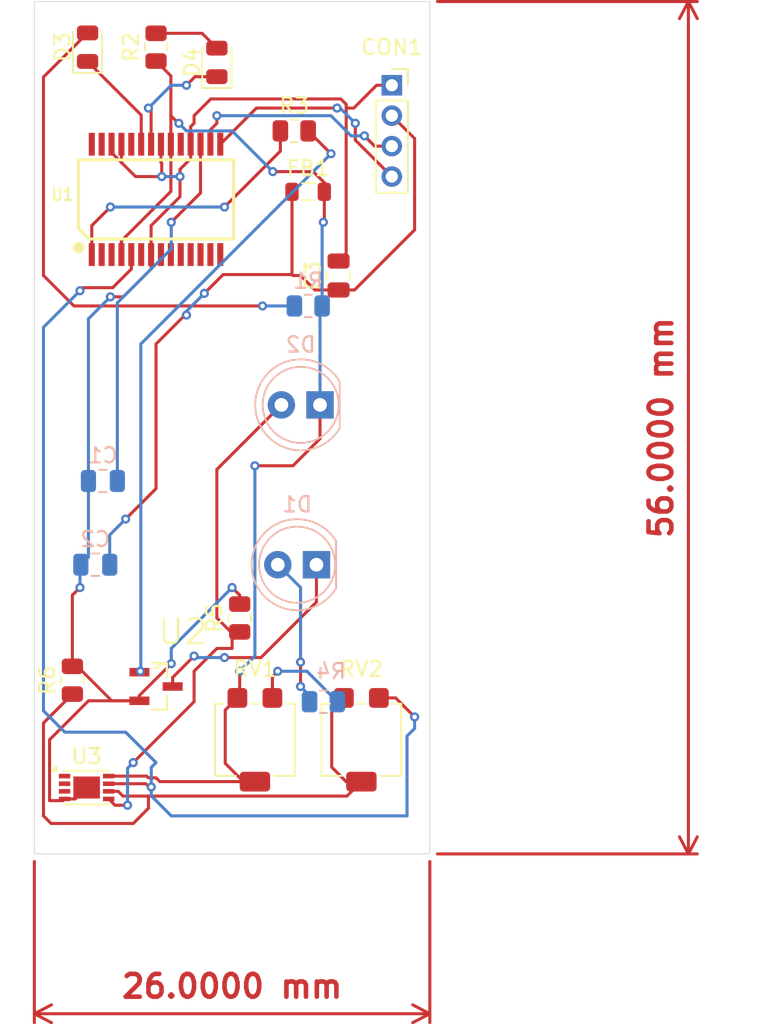
<source format=kicad_pcb>
(kicad_pcb (version 20240108) (generator "pcbnew") (generator_version "8.0")
  (layers (0 "F.Cu" signal) (31 "B.Cu" signal) (34 "B.Paste" user) (35 "F.Paste" user) (36 "B.SilkS" user "B.Silkscreen") (37 "F.SilkS" user "F.Silkscreen") (38 "B.Mask" user) (39 "F.Mask" user) (44 "Edge.Cuts" user))
  (net 0 "")
  (net 1 "Net-(U2-G)")
  (net 2 "Net-(D1-K)")
  (net 3 "GND")
  (net 4 "Net-(U3B--)")
  (net 5 "/RXD")
  (net 6 "Net-(D2-A)")
  (net 7 "VCC")
  (net 8 "Net-(U1-3V3OUT)")
  (net 9 "Net-(CON1-Pin_2)")
  (net 10 "/USB_D+")
  (net 11 "/USB_D-")
  (net 12 "Net-(D1-A)")
  (net 13 "Net-(D3-A)")
  (net 14 "Net-(D3-K)")
  (net 15 "Net-(D4-A)")
  (net 16 "Net-(D4-K)")
  (net 17 "Net-(R4-Pad1)")
  (net 21 "/TXD")
  (footprint "LED_SMD:LED_0805_2012Metric" (layer "F.Cu") (at 172 83.5 90)
    (property "Reference" "D4" (at 0 -1.65 270) (layer "F.SilkS"))
    (property "Value" "LED")
    (fp_line (start 1 -0.96) (end -1.685 -0.96) (stroke (width 0.12)) (layer "F.SilkS"))
    (fp_line (start -1.685 -0.96) (end -1.685 0.96) (stroke (width 0.12)) (layer "F.SilkS"))
    (fp_line (start -1.685 0.96) (end 1 0.96) (stroke (width 0.12)) (layer "F.SilkS"))
    (pad "1" smd roundrect (at -0.9375 0 90) (size 0.975 1.4) (layers "F.Cu" "F.Paste" "F.Mask") (net 16 "Net-(D4-K)"))
    (pad "2" smd roundrect (at 0.9375 0 90) (size 0.975 1.4) (layers "F.Cu" "F.Paste" "F.Mask") (net 15 "Net-(D4-A)"))
  )
  (footprint "INTERFACE-FT232RL_SSOP28_:SSOP28-0.65-10.2X5.2MM" (layer "F.Cu") (at 168 92.5)
    (property "Reference" "U1" (at -6.1595 -0.3175 0) (layer "F.SilkS") (effects (font (size 0.8 0.7))))
    (property "Value" "INTERFACE-FT232RL_SSOP28_")
    (property "VALUE" "FT232RL-SSOP28" (hide yes))
    (fp_line (start -5.1 -2.6) (end -5.1 1.88963) (stroke (width 0.2032)) (layer "F.SilkS"))
    (fp_line (start -5.1 1.88963) (end -4.38962 2.6) (stroke (width 0.2032)) (layer "F.SilkS"))
    (fp_line (start -4.38962 2.6) (end 5.1 2.6) (stroke (width 0.2032)) (layer "F.SilkS"))
    (fp_line (start 5.1 -2.6) (end -5.1 -2.6) (stroke (width 0.2032)) (layer "F.SilkS"))
    (fp_line (start 5.1 2.6) (end 5.1 -2.6) (stroke (width 0.2032)) (layer "F.SilkS"))
    (fp_circle (center -5.08 3.175) (end -4.699 3.175) (fill solid) (layer "F.SilkS"))
    (pad "1" smd rect (at -4.225 3.625) (size 0.4 1.5) (layers "F.Cu" "F.Paste" "F.Mask") (net 21 "/TXD"))
    (pad "2" smd rect (at -3.575 3.625) (size 0.4 1.5) (layers "F.Cu" "F.Paste" "F.Mask"))
    (pad "3" smd rect (at -2.925 3.625) (size 0.4 1.5) (layers "F.Cu" "F.Paste" "F.Mask"))
    (pad "4" smd rect (at -2.275 3.625) (size 0.4 1.5) (layers "F.Cu" "F.Paste" "F.Mask") (net 7 "VCC"))
    (pad "5" smd rect (at -1.625 3.625) (size 0.4 1.5) (layers "F.Cu" "F.Paste" "F.Mask") (net 5 "/RXD"))
    (pad "6" smd rect (at -0.975 3.625) (size 0.4 1.5) (layers "F.Cu" "F.Paste" "F.Mask"))
    (pad "7" smd rect (at -0.325 3.625) (size 0.4 1.5) (layers "F.Cu" "F.Paste" "F.Mask") (net 3 "GND"))
    (pad "8" smd rect (at 0.325 3.625) (size 0.4 1.5) (layers "F.Cu" "F.Paste" "F.Mask"))
    (pad "9" smd rect (at 0.975 3.625) (size 0.4 1.5) (layers "F.Cu" "F.Paste" "F.Mask"))
    (pad "10" smd rect (at 1.625 3.625) (size 0.4 1.5) (layers "F.Cu" "F.Paste" "F.Mask"))
    (pad "11" smd rect (at 2.275 3.625) (size 0.4 1.5) (layers "F.Cu" "F.Paste" "F.Mask"))
    (pad "12" smd rect (at 2.925 3.625) (size 0.4 1.5) (layers "F.Cu" "F.Paste" "F.Mask"))
    (pad "13" smd rect (at 3.575 3.625) (size 0.4 1.5) (layers "F.Cu" "F.Paste" "F.Mask"))
    (pad "14" smd rect (at 4.225 3.625) (size 0.4 1.5) (layers "F.Cu" "F.Paste" "F.Mask"))
    (pad "15" smd rect (at 4.225 -3.625) (size 0.4 1.5) (layers "F.Cu" "F.Paste" "F.Mask") (net 10 "/USB_D+"))
    (pad "16" smd rect (at 3.575 -3.625) (size 0.4 1.5) (layers "F.Cu" "F.Paste" "F.Mask") (net 11 "/USB_D-"))
    (pad "17" smd rect (at 2.925 -3.625) (size 0.4 1.5) (layers "F.Cu" "F.Paste" "F.Mask") (net 8 "Net-(U1-3V3OUT)"))
    (pad "18" smd rect (at 2.275 -3.625) (size 0.4 1.5) (layers "F.Cu" "F.Paste" "F.Mask") (net 3 "GND"))
    (pad "19" smd rect (at 1.625 -3.625) (size 0.4 1.5) (layers "F.Cu" "F.Paste" "F.Mask"))
    (pad "20" smd rect (at 0.975 -3.625) (size 0.4 1.5) (layers "F.Cu" "F.Paste" "F.Mask") (net 7 "VCC"))
    (pad "21" smd rect (at 0.325 -3.625) (size 0.4 1.5) (layers "F.Cu" "F.Paste" "F.Mask") (net 3 "GND"))
    (pad "22" smd rect (at -0.325 -3.625) (size 0.4 1.5) (layers "F.Cu" "F.Paste" "F.Mask") (net 16 "Net-(D4-K)"))
    (pad "23" smd rect (at -0.975 -3.625) (size 0.4 1.5) (layers "F.Cu" "F.Paste" "F.Mask") (net 14 "Net-(D3-K)"))
    (pad "24" smd rect (at -1.625 -3.625) (size 0.4 1.5) (layers "F.Cu" "F.Paste" "F.Mask"))
    (pad "25" smd rect (at -2.275 -3.625) (size 0.4 1.5) (layers "F.Cu" "F.Paste" "F.Mask") (net 3 "GND"))
    (pad "26" smd rect (at -2.925 -3.625) (size 0.4 1.5) (layers "F.Cu" "F.Paste" "F.Mask") (net 3 "GND"))
    (pad "27" smd rect (at -3.575 -3.625) (size 0.4 1.5) (layers "F.Cu" "F.Paste" "F.Mask"))
    (pad "28" smd rect (at -4.225 -3.625) (size 0.4 1.5) (layers "F.Cu" "F.Paste" "F.Mask"))
  )
  (footprint "Resistor_SMD:R_0805_2012Metric" (layer "F.Cu") (at 173.5 120 90)
    (property "Reference" "R5" (at 0 -1.65 270) (layer "F.SilkS"))
    (property "Value" "10k")
    (fp_line (start -0.227064 -0.735) (end 0.227064 -0.735) (stroke (width 0.12)) (layer "F.SilkS"))
    (fp_line (start -0.227064 0.735) (end 0.227064 0.735) (stroke (width 0.12)) (layer "F.SilkS"))
    (pad "1" smd roundrect (at -0.9125 0 90) (size 1.025 1.4) (layers "F.Cu" "F.Paste" "F.Mask") (roundrect_rratio 0.243902) (net 6 "Net-(D2-A)"))
    (pad "2" smd roundrect (at 0.9125 0 90) (size 1.025 1.4) (layers "F.Cu" "F.Paste" "F.Mask") (roundrect_rratio 0.243902) (net 3 "GND"))
  )
  (footprint "IRFML8244TRPBF:SOT95P240X112-3N" (layer "F.Cu") (at 168 124.5)
    (property "Reference" "U2" (at 1.755825 -3.587985 360) (layer "F.SilkS") (effects (font (size 1.643016 1.643016))))
    (property "Value" "IRFML8244TRPBF")
    (fp_line (start -0.2794 1.524) (end 0.7112 1.524) (stroke (width 0.1524)) (layer "F.SilkS"))
    (fp_line (start 0.3048 -1.524) (end -0.2794 -1.524) (stroke (width 0.1524)) (layer "F.SilkS"))
    (fp_line (start 0.7112 -1.524) (end 0.3048 -1.524) (stroke (width 0.1524)) (layer "F.SilkS"))
    (fp_line (start 0.7112 -0.6096) (end 0.7112 -1.524) (stroke (width 0.1524)) (layer "F.SilkS"))
    (fp_line (start 0.7112 1.524) (end 0.7112 0.6096) (stroke (width 0.1524)) (layer "F.SilkS"))
    (fp_arc (start 0.3048 -1.524) (mid 0.174323 -1.278521) (end -0.1016 -1.2446) (stroke (width 0.1524)) (layer "F.SilkS"))
    (pad "1" smd rect (at -1.0922 -0.9398) (size 1.3208 0.5588) (layers "F.Cu" "F.Paste" "F.Mask") (net 1 "Net-(U2-G)"))
    (pad "2" smd rect (at -1.0922 0.9398) (size 1.3208 0.5588) (layers "F.Cu" "F.Paste" "F.Mask") (net 3 "GND"))
    (pad "3" smd rect (at 1.0922 0) (size 1.3208 0.5588) (layers "F.Cu" "F.Paste" "F.Mask") (net 2 "Net-(D1-K)"))
  )
  (footprint "Potentiometer_SMD:Potentiometer_Bourns_3314R-1_Vertical_Hole" (layer "F.Cu") (at 181.5 128)
    (property "Reference" "RV2" (at 0 -4.65 360) (layer "F.SilkS"))
    (property "Value" "100K")
    (fp_line (start -2.62 -2.37) (end -2.62 2.37) (stroke (width 0.12)) (layer "F.SilkS"))
    (fp_line (start -2.62 -2.37) (end -2.06 -2.37) (stroke (width 0.12)) (layer "F.SilkS"))
    (fp_line (start -2.62 2.37) (end -1.26 2.37) (stroke (width 0.12)) (layer "F.SilkS"))
    (fp_line (start -0.24 -2.37) (end 0.24 -2.37) (stroke (width 0.12)) (layer "F.SilkS"))
    (fp_line (start 1.26 2.37) (end 2.62 2.37) (stroke (width 0.12)) (layer "F.SilkS"))
    (fp_line (start 2.06 -2.37) (end 2.62 -2.37) (stroke (width 0.12)) (layer "F.SilkS"))
    (fp_line (start 2.62 -2.37) (end 2.62 2.37) (stroke (width 0.12)) (layer "F.SilkS"))
    (pad "" np_thru_hole circle (at 0 0) (size 3.2 3.2) (drill 3.2) (layers "*.Cu" "*.Mask"))
    (pad "1" smd roundrect (at -1.15 -2.75) (size 1.3 1.3) (layers "F.Cu" "F.Paste" "F.Mask") (roundrect_rratio 0.1923076923) (net 4 "Net-(U3B--)"))
    (pad "2" smd roundrect (at 0 2.75) (size 2 1.3) (layers "F.Cu" "F.Paste" "F.Mask") (roundrect_rratio 0.1923076923) (net 4 "Net-(U3B--)"))
    (pad "3" smd roundrect (at 1.15 -2.75) (size 1.3 1.3) (layers "F.Cu" "F.Paste" "F.Mask") (roundrect_rratio 0.1923076923) (net 5 "/RXD"))
  )
  (footprint "Capacitor_SMD:C_0805_2012Metric" (layer "F.Cu") (at 180 97.5 90)
    (property "Reference" "C3" (at 0 -1.68 270) (layer "F.SilkS"))
    (property "Value" "10uF/25V")
    (fp_line (start -0.261252 -0.735) (end 0.261252 -0.735) (stroke (width 0.12)) (layer "F.SilkS"))
    (fp_line (start -0.261252 0.735) (end 0.261252 0.735) (stroke (width 0.12)) (layer "F.SilkS"))
    (pad "1" smd roundrect (at -0.95 0 90) (size 1 1.45) (layers "F.Cu" "F.Paste" "F.Mask") (net 9 "Net-(CON1-Pin_2)"))
    (pad "2" smd roundrect (at 0.95 0 90) (size 1 1.45) (layers "F.Cu" "F.Paste" "F.Mask") (net 3 "GND"))
  )
  (footprint "Resistor_SMD:R_0805_2012Metric" (layer "F.Cu") (at 168 82.5 90)
    (property "Reference" "R2" (at 0 -1.65 270) (layer "F.SilkS"))
    (property "Value" "1k")
    (fp_line (start -0.227064 -0.735) (end 0.227064 -0.735) (stroke (width 0.12)) (layer "F.SilkS"))
    (fp_line (start -0.227064 0.735) (end 0.227064 0.735) (stroke (width 0.12)) (layer "F.SilkS"))
    (pad "1" smd roundrect (at -0.9125 0 90) (size 1.025 1.4) (layers "F.Cu" "F.Paste" "F.Mask") (roundrect_rratio 0.243902) (net 7 "VCC"))
    (pad "2" smd roundrect (at 0.9125 0 90) (size 1.025 1.4) (layers "F.Cu" "F.Paste" "F.Mask") (roundrect_rratio 0.243902) (net 15 "Net-(D4-A)"))
  )
  (footprint "Inductor_SMD:L_0805_2012Metric" (layer "F.Cu") (at 178 92)
    (property "Reference" "FB1" (at 0 -1.55 360) (layer "F.SilkS"))
    (property "Value" "FerriteBead")
    (fp_line (start -0.399622 -0.56) (end 0.399622 -0.56) (stroke (width 0.12)) (layer "F.SilkS"))
    (fp_line (start -0.399622 0.56) (end 0.399622 0.56) (stroke (width 0.12)) (layer "F.SilkS"))
    (pad "1" smd roundrect (at -1.0625 0) (size 0.875 1.2) (layers "F.Cu" "F.Paste" "F.Mask") (net 9 "Net-(CON1-Pin_2)"))
    (pad "2" smd roundrect (at 1.0625 0) (size 0.875 1.2) (layers "F.Cu" "F.Paste" "F.Mask") (net 7 "VCC"))
  )
  (footprint "Resistor_SMD:R_0805_2012Metric" (layer "F.Cu") (at 162.5 124.0875 90)
    (property "Reference" "R6" (at 0 -1.65 270) (layer "F.SilkS"))
    (property "Value" "1k")
    (fp_line (start -0.227064 -0.735) (end 0.227064 -0.735) (stroke (width 0.12)) (layer "F.SilkS"))
    (fp_line (start -0.227064 0.735) (end 0.227064 0.735) (stroke (width 0.12)) (layer "F.SilkS"))
    (pad "1" smd roundrect (at -0.9125 0 90) (size 1.025 1.4) (layers "F.Cu" "F.Paste" "F.Mask") (roundrect_rratio 0.243902) (net 4 "Net-(U3B--)"))
    (pad "2" smd roundrect (at 0.9125 0 90) (size 1.025 1.4) (layers "F.Cu" "F.Paste" "F.Mask") (roundrect_rratio 0.243902) (net 3 "GND"))
  )
  (footprint "Potentiometer_SMD:Potentiometer_Bourns_3314R-1_Vertical_Hole" (layer "F.Cu") (at 174.5 128)
    (property "Reference" "RV1" (at 0 -4.65 360) (layer "F.SilkS"))
    (property "Value" "100E")
    (fp_line (start -2.62 -2.37) (end -2.62 2.37) (stroke (width 0.12)) (layer "F.SilkS"))
    (fp_line (start -2.62 -2.37) (end -2.06 -2.37) (stroke (width 0.12)) (layer "F.SilkS"))
    (fp_line (start -2.62 2.37) (end -1.26 2.37) (stroke (width 0.12)) (layer "F.SilkS"))
    (fp_line (start -0.24 -2.37) (end 0.24 -2.37) (stroke (width 0.12)) (layer "F.SilkS"))
    (fp_line (start 1.26 2.37) (end 2.62 2.37) (stroke (width 0.12)) (layer "F.SilkS"))
    (fp_line (start 2.06 -2.37) (end 2.62 -2.37) (stroke (width 0.12)) (layer "F.SilkS"))
    (fp_line (start 2.62 -2.37) (end 2.62 2.37) (stroke (width 0.12)) (layer "F.SilkS"))
    (pad "" np_thru_hole circle (at 0 0) (size 3.2 3.2) (drill 3.2) (layers "*.Cu" "*.Mask"))
    (pad "1" smd roundrect (at -1.15 -2.75) (size 1.3 1.3) (layers "F.Cu" "F.Paste" "F.Mask") (roundrect_rratio 0.1923076923) (net 7 "VCC"))
    (pad "2" smd roundrect (at 0 2.75) (size 2 1.3) (layers "F.Cu" "F.Paste" "F.Mask") (roundrect_rratio 0.1923076923) (net 7 "VCC"))
    (pad "3" smd roundrect (at 1.15 -2.75) (size 1.3 1.3) (layers "F.Cu" "F.Paste" "F.Mask") (roundrect_rratio 0.1923076923) (net 17 "Net-(R4-Pad1)"))
  )
  (footprint "LED_SMD:LED_0805_2012Metric" (layer "F.Cu") (at 163.5 82.5 90)
    (property "Reference" "D3" (at 0 -1.65 270) (layer "F.SilkS"))
    (property "Value" "LED")
    (fp_line (start 1 -0.96) (end -1.685 -0.96) (stroke (width 0.12)) (layer "F.SilkS"))
    (fp_line (start -1.685 -0.96) (end -1.685 0.96) (stroke (width 0.12)) (layer "F.SilkS"))
    (fp_line (start -1.685 0.96) (end 1 0.96) (stroke (width 0.12)) (layer "F.SilkS"))
    (pad "1" smd roundrect (at -0.9375 0 90) (size 0.975 1.4) (layers "F.Cu" "F.Paste" "F.Mask") (net 14 "Net-(D3-K)"))
    (pad "2" smd roundrect (at 0.9375 0 90) (size 0.975 1.4) (layers "F.Cu" "F.Paste" "F.Mask") (net 13 "Net-(D3-A)"))
  )
  (footprint "Connector_PinSocket_2.00mm:PinSocket_1x04_P2.00mm_Vertical" (layer "F.Cu") (at 183.5 85)
    (property "Reference" "CON1" (at 0 -2.5 360) (layer "F.SilkS"))
    (property "Value" "2mm RELI-4")
    (fp_line (start -1.06 1) (end -1.06 7.06) (stroke (width 0.12)) (layer "F.SilkS"))
    (fp_line (start -1.06 1) (end 1.06 1) (stroke (width 0.12)) (layer "F.SilkS"))
    (fp_line (start -1.06 7.06) (end 1.06 7.06) (stroke (width 0.12)) (layer "F.SilkS"))
    (fp_line (start 0 -1.06) (end 1.06 -1.06) (stroke (width 0.12)) (layer "F.SilkS"))
    (fp_line (start 1.06 -1.06) (end 1.06 0) (stroke (width 0.12)) (layer "F.SilkS"))
    (fp_line (start 1.06 1) (end 1.06 7.06) (stroke (width 0.12)) (layer "F.SilkS"))
    (pad "1" thru_hole rect (at 0 0) (size 1.35 1.35) (drill 0.8) (layers "*.Cu" "*.Mask") (net 3 "GND"))
    (pad "2" thru_hole oval (at 0 2) (size 1.35 1.35) (drill 0.8) (layers "*.Cu" "*.Mask") (net 9 "Net-(CON1-Pin_2)"))
    (pad "3" thru_hole oval (at 0 4) (size 1.35 1.35) (drill 0.8) (layers "*.Cu" "*.Mask") (net 11 "/USB_D-"))
    (pad "4" thru_hole oval (at 0 6) (size 1.35 1.35) (drill 0.8) (layers "*.Cu" "*.Mask") (net 10 "/USB_D+"))
  )
  (footprint "Resistor_SMD:R_0805_2012Metric" (layer "F.Cu") (at 177.0875 88)
    (property "Reference" "R3" (at 0 -1.65 360) (layer "F.SilkS"))
    (property "Value" "R")
    (fp_line (start -0.227064 -0.735) (end 0.227064 -0.735) (stroke (width 0.12)) (layer "F.SilkS"))
    (fp_line (start -0.227064 0.735) (end 0.227064 0.735) (stroke (width 0.12)) (layer "F.SilkS"))
    (pad "1" smd roundrect (at -0.9125 0) (size 1.025 1.4) (layers "F.Cu" "F.Paste" "F.Mask") (roundrect_rratio 0.243902) (net 21 "/TXD"))
    (pad "2" smd roundrect (at 0.9125 0) (size 1.025 1.4) (layers "F.Cu" "F.Paste" "F.Mask") (roundrect_rratio 0.243902) (net 1 "Net-(U2-G)"))
  )
  (footprint "Package_DFN_QFN:DFN-8-1EP_3x2mm_P0.5mm_EP1.75x1.45mm" (layer "F.Cu") (at 163.4375 131.1375)
    (property "Reference" "U3" (at 0 -2.05 360) (layer "F.SilkS"))
    (property "Value" "MCP6002-xMC")
    (fp_line (start -1.5 -1.11) (end 1.5 -1.11) (stroke (width 0.12)) (layer "F.SilkS"))
    (fp_line (start -1.5 1.11) (end 1.5 1.11) (stroke (width 0.12)) (layer "F.SilkS"))
    (fp_poly (pts (xy -2.01 -1.09) (xy -2.29 -1.09) (xy -2.01 -1.37) (xy -2.01 -1.09)) (stroke (width 0.12)) (fill solid) (layer "F.SilkS"))
    (pad "1" smd rect (at -1.45 -0.75) (size 0.75 0.3) (layers "F.Cu" "F.Paste" "F.Mask"))
    (pad "2" smd rect (at -1.45 -0.25) (size 0.75 0.3) (layers "F.Cu" "F.Paste" "F.Mask"))
    (pad "3" smd rect (at -1.45 0.25) (size 0.75 0.3) (layers "F.Cu" "F.Paste" "F.Mask"))
    (pad "4" smd rect (at -1.45 0.75) (size 0.75 0.3) (layers "F.Cu" "F.Paste" "F.Mask") (net 3 "GND"))
    (pad "5" smd rect (at 1.45 0.75) (size 0.75 0.3) (layers "F.Cu" "F.Paste" "F.Mask") (net 6 "Net-(D2-A)"))
    (pad "6" smd rect (at 1.45 0.25) (size 0.75 0.3) (layers "F.Cu" "F.Paste" "F.Mask") (net 4 "Net-(U3B--)"))
    (pad "7" smd rect (at 1.45 -0.25) (size 0.75 0.3) (layers "F.Cu" "F.Paste" "F.Mask") (net 5 "/RXD"))
    (pad "8" smd rect (at 1.45 -0.75) (size 0.75 0.3) (layers "F.Cu" "F.Paste" "F.Mask") (net 7 "VCC"))
    (pad "9" smd rect (at 0 0) (size 1.75 1.45) (layers "F.Cu" "F.Mask") (net 3 "GND"))
  )
  (footprint "LED_THT:LED_D5.0mm_Clear" (layer "B.Cu") (at 178.545882 116.5 180)
    (property "Reference" "D1" (at 1.27 3.96 180) (layer "B.SilkS") (effects (justify mirror)))
    (property "Value" "LED")
    (fp_line (start -1.29 -1.545) (end -1.29 1.545) (stroke (width 0.12)) (layer "B.SilkS"))
    (fp_arc (start 4.26 -0.000462) (mid 2.072002 2.880433) (end -1.29 1.54483) (stroke (width 0.12)) (layer "B.SilkS"))
    (fp_arc (start -1.29 -1.54483) (mid 2.072002 -2.880433) (end 4.26 0.000462) (stroke (width 0.12)) (layer "B.SilkS"))
    (fp_circle (center 1.27 0) (end 3.77 0) (stroke (width 0.12)) (fill none) (layer "B.SilkS"))
    (pad "1" thru_hole rect (at 0 0 180) (size 1.8 1.8) (drill 0.9) (layers "*.Cu" "*.Mask") (net 2 "Net-(D1-K)"))
    (pad "2" thru_hole circle (at 2.54 0 180) (size 1.8 1.8) (drill 0.9) (layers "*.Cu" "*.Mask") (net 12 "Net-(D1-A)"))
  )
  (footprint "LED_THT:LED_D5.0mm_Clear" (layer "B.Cu") (at 178.780882 106 180)
    (property "Reference" "D2" (at 1.27 3.96 180) (layer "B.SilkS") (effects (justify mirror)))
    (property "Value" "LED")
    (fp_line (start -1.29 -1.545) (end -1.29 1.545) (stroke (width 0.12)) (layer "B.SilkS"))
    (fp_arc (start 4.26 -0.000462) (mid 2.072002 2.880433) (end -1.29 1.54483) (stroke (width 0.12)) (layer "B.SilkS"))
    (fp_arc (start -1.29 -1.54483) (mid 2.072002 -2.880433) (end 4.26 0.000462) (stroke (width 0.12)) (layer "B.SilkS"))
    (fp_circle (center 1.27 0) (end 3.77 0) (stroke (width 0.12)) (fill none) (layer "B.SilkS"))
    (pad "1" thru_hole rect (at 0 0 180) (size 1.8 1.8) (drill 0.9) (layers "*.Cu" "*.Mask") (net 7 "VCC"))
    (pad "2" thru_hole circle (at 2.54 0 180) (size 1.8 1.8) (drill 0.9) (layers "*.Cu" "*.Mask") (net 6 "Net-(D2-A)"))
  )
  (footprint "Resistor_SMD:R_0805_2012Metric" (layer "B.Cu") (at 179.005882 125.5 180)
    (property "Reference" "R4" (at -0.5 2 180) (layer "B.SilkS") (effects (justify mirror)))
    (property "Value" "R")
    (fp_line (start 0.227064 0.735) (end -0.227064 0.735) (stroke (width 0.12)) (layer "B.SilkS"))
    (fp_line (start 0.227064 -0.735) (end -0.227064 -0.735) (stroke (width 0.12)) (layer "B.SilkS"))
    (pad "1" smd roundrect (at -0.9125 0 180) (size 1.025 1.4) (layers "B.Cu" "B.Paste" "B.Mask") (roundrect_rratio 0.243902) (net 17 "Net-(R4-Pad1)"))
    (pad "2" smd roundrect (at 0.9125 0 180) (size 1.025 1.4) (layers "B.Cu" "B.Paste" "B.Mask") (roundrect_rratio 0.243902) (net 12 "Net-(D1-A)"))
  )
  (footprint "Capacitor_SMD:C_0805_2012Metric" (layer "B.Cu") (at 164.005882 116.5 180)
    (property "Reference" "C2" (at 0 1.68 180) (layer "B.SilkS") (effects (justify mirror)))
    (property "Value" "0.1uF")
    (fp_line (start 0.261252 0.735) (end -0.261252 0.735) (stroke (width 0.12)) (layer "B.SilkS"))
    (fp_line (start 0.261252 -0.735) (end -0.261252 -0.735) (stroke (width 0.12)) (layer "B.SilkS"))
    (pad "1" smd roundrect (at -0.95 0 180) (size 1 1.45) (layers "B.Cu" "B.Paste" "B.Mask") (net 9 "Net-(CON1-Pin_2)"))
    (pad "2" smd roundrect (at 0.95 0 180) (size 1 1.45) (layers "B.Cu" "B.Paste" "B.Mask") (net 3 "GND"))
  )
  (footprint "Capacitor_SMD:C_0805_2012Metric" (layer "B.Cu") (at 164.505882 111 180)
    (property "Reference" "C1" (at 0 1.68 180) (layer "B.SilkS") (effects (justify mirror)))
    (property "Value" "C")
    (fp_line (start 0.261252 0.735) (end -0.261252 0.735) (stroke (width 0.12)) (layer "B.SilkS"))
    (fp_line (start 0.261252 -0.735) (end -0.261252 -0.735) (stroke (width 0.12)) (layer "B.SilkS"))
    (pad "1" smd roundrect (at -0.95 0 180) (size 1 1.45) (layers "B.Cu" "B.Paste" "B.Mask") (net 8 "Net-(U1-3V3OUT)"))
    (pad "2" smd roundrect (at 0.95 0 180) (size 1 1.45) (layers "B.Cu" "B.Paste" "B.Mask") (net 3 "GND"))
  )
  (footprint "Resistor_SMD:R_0805_2012Metric" (layer "B.Cu") (at 178.005882 99.5 180)
    (property "Reference" "R1" (at 0 1.65 180) (layer "B.SilkS") (effects (justify mirror)))
    (property "Value" "1k")
    (fp_line (start 0.227064 0.735) (end -0.227064 0.735) (stroke (width 0.12)) (layer "B.SilkS"))
    (fp_line (start 0.227064 -0.735) (end -0.227064 -0.735) (stroke (width 0.12)) (layer "B.SilkS"))
    (pad "1" smd roundrect (at -0.9125 0 180) (size 1.025 1.4) (layers "B.Cu" "B.Paste" "B.Mask") (roundrect_rratio 0.243902) (net 7 "VCC"))
    (pad "2" smd roundrect (at 0.9125 0 180) (size 1.025 1.4) (layers "B.Cu" "B.Paste" "B.Mask") (roundrect_rratio 0.243902) (net 13 "Net-(D3-A)"))
  )
  (gr_rect (start 160 79.5) (end 186 135.5) (stroke (width 0.05)) (fill none) (layer "Edge.Cuts"))
  (dimension (type aligned) (layer "F.Cu") (pts (xy 160 135.5) (xy 186 135.5)) (height 10.5) (gr_text "26.0000 mm" (at 173 144.2 0) (layer "F.Cu") (effects (font (size 1.5 1.5) (thickness 0.3)))) (format (prefix "") (suffix "") (units 3) (units_format 1) (precision 4)) (style (thickness 0.2) (arrow_length 1.27) (text_position_mode 0) (extension_height 0.58642) (extension_offset 0.5) keep_text_aligned))
  (dimension (type aligned) (layer "F.Cu") (pts (xy 186 79.5) (xy 186 135.5)) (height -17) (gr_text "56.0000 mm" (at 201.2 107.5 90) (layer "F.Cu") (effects (font (size 1.5 1.5) (thickness 0.3)))) (format (prefix "") (suffix "") (units 3) (units_format 1) (precision 4)) (style (thickness 0.2) (arrow_length 1.27) (text_position_mode 0) (extension_height 0.58642) (extension_offset 0.5) keep_text_aligned))
  (segment (start 178 88) (end 179.5 89.5) (width 0.2) (layer "F.Cu") (net 1))
  (via (at 179.5 89.5) (size 0.6) (drill 0.3) (layers "F.Cu" "B.Cu") (net 1))
  (via (at 166.968 123.5) (size 0.6) (drill 0.3) (layers "F.Cu" "B.Cu") (net 1))
  (segment (start 167 102) (end 167 123.5) (width 0.2) (layer "B.Cu") (net 1))
  (segment (start 179.5 89.5) (end 167 102) (width 0.2) (layer "B.Cu") (net 1))
  (segment (start 167 123.5) (end 166.968 123.5) (width 0.2) (layer "B.Cu") (net 1))
  (segment (start 178.545882 116.5) (end 178.545882 118.954118) (width 0.2) (layer "F.Cu") (net 2))
  (segment (start 176 121.5) (end 174.9 122.6) (width 0.2) (layer "F.Cu") (net 2))
  (segment (start 170.5 122.5) (end 169.0922 123.9078) (width 0.2) (layer "F.Cu") (net 2))
  (segment (start 174.9 122.6) (end 172.5 122.6) (width 0.2) (layer "F.Cu") (net 2))
  (segment (start 178.545882 118.954118) (end 176 121.5) (width 0.2) (layer "F.Cu") (net 2))
  (segment (start 169.0922 123.9078) (end 169.0922 124.5) (width 0.2) (layer "F.Cu") (net 2))
  (via (at 170.5 122.5) (size 0.6) (drill 0.3) (layers "F.Cu" "B.Cu") (net 2))
  (via (at 172.5 122.6) (size 0.6) (drill 0.3) (layers "F.Cu" "B.Cu") (net 2))
  (segment (start 170.6 122.6) (end 170.5 122.5) (width 0.2) (layer "B.Cu") (net 2))
  (segment (start 172.5 122.6) (end 170.6 122.6) (width 0.2) (layer "B.Cu") (net 2))
  (segment (start 161 132) (end 161.875 132) (width 0.2) (layer "F.Cu") (net 3))
  (segment (start 171.6 85.9) (end 170.5 87) (width 0.2) (layer "F.Cu") (net 3))
  (segment (start 170.275 89.825) (end 169.575 90.525) (width 0.2) (layer "F.Cu") (net 3))
  (segment (start 180.5 86.251471) (end 180.148529 85.9) (width 0.2) (layer "F.Cu") (net 3))
  (segment (start 161.9875 131.8875) (end 162.6875 131.8875) (width 0.2) (layer "F.Cu") (net 3))
  (segment (start 166.9078 125.0922) (end 166.9078 125.4398) (width 0.2) (layer "F.Cu") (net 3))
  (segment (start 170.5 87) (end 170.5 87.5) (width 0.2) (layer "F.Cu") (net 3))
  (segment (start 162.5 123.175) (end 162.5 118.5) (width 0.2) (layer "F.Cu") (net 3))
  (segment (start 165.075 89.425) (end 165.825 90.175) (width 0.2) (layer "F.Cu") (net 3))
  (segment (start 161 128) (end 161 132) (width 0.2) (layer "F.Cu") (net 3))
  (segment (start 167.675 96.125) (end 167.675 97.075) (width 0.2) (layer "F.Cu") (net 3))
  (segment (start 170.5 87.5) (end 170.275 87.725) (width 0.2) (layer "F.Cu") (net 3))
  (segment (start 173.5 119.0875) (end 173.5 118.5) (width 0.2) (layer "F.Cu") (net 3))
  (segment (start 169.575 90.525) (end 169.575 91) (width 0.2) (layer "F.Cu") (net 3))
  (segment (start 165.825 90.175) (end 166.65 91) (width 0.2) (layer "F.Cu") (net 3))
  (segment (start 168.375 90.125) (end 168.325 90.075) (width 0.2) (layer "F.Cu") (net 3))
  (segment (start 182.5 85) (end 183.5 85) (width 0.2) (layer "F.Cu") (net 3))
  (segment (start 180.5 96.05) (end 180.5 86.5) (width 0.2) (layer "F.Cu") (net 3))
  (segment (start 167.675 94.225) (end 169.575 92.325) (width 0.2) (layer "F.Cu") (net 3))
  (segment (start 162.5 123.175) (end 162.825 123.175) (width 0.2) (layer "F.Cu") (net 3))
  (segment (start 167.675 96.125) (end 167.675 94.225) (width 0.2) (layer "F.Cu") (net 3))
  (segment (start 169.575 92.325) (end 169.575 91) (width 0.2) (layer "F.Cu") (net 3))
  (segment (start 165.725 90.075) (end 165.825 90.175) (width 0.2) (layer "F.Cu") (net 3))
  (segment (start 170.275 87.725) (end 170.275 88.875) (width 0.2) (layer "F.Cu") (net 3))
  (segment (start 165.075 88.875) (end 165.075 89.425) (width 0.2) (layer "F.Cu") (net 3))
  (segment (start 162.5 118.5) (end 163 118) (width 0.2) (layer "F.Cu") (net 3))
  (segment (start 173.5 118.5) (end 173 118) (width 0.2) (layer "F.Cu") (net 3))
  (segment (start 162.6875 131.8875) (end 163.4375 131.1375) (width 0.2) (layer "F.Cu") (net 3))
  (segment (start 165.725 88.875) (end 165.725 90.075) (width 0.2) (layer "F.Cu") (net 3))
  (segment (start 180.5 86.5) (end 180.5 86.251471) (width 0.2) (layer "F.Cu") (net 3))
  (segment (start 169 123) (end 166.9078 125.0922) (width 0.2) (layer "F.Cu") (net 3))
  (segment (start 165.85 98.9) (end 165 98.9) (width 0.2) (layer "F.Cu") (net 3))
  (segment (start 166.9078 125.4398) (end 163.5602 125.4398) (width 0.2) (layer "F.Cu") (net 3))
  (segment (start 161.875 132) (end 161.9875 131.8875) (width 0.2) (layer "F.Cu") (net 3))
  (segment (start 162.825 123.175) (end 165.0898 125.4398) (width 0.2) (layer "F.Cu") (net 3))
  (segment (start 168.325 90.075) (end 168.325 88.875) (width 0.2) (layer "F.Cu") (net 3))
  (segment (start 166.65 91) (end 168.375 91) (width 0.2) (layer "F.Cu") (net 3))
  (segment (start 180 96.55) (end 180.5 96.05) (width 0.2) (layer "F.Cu") (net 3))
  (segment (start 165.0898 125.4398) (end 166.9078 125.4398) (width 0.2) (layer "F.Cu") (net 3))
  (segment (start 163.5602 125.4398) (end 161 128) (width 0.2) (layer "F.Cu") (net 3))
  (segment (start 180.148529 85.9) (end 171.6 85.9) (width 0.2) (layer "F.Cu") (net 3))
  (segment (start 170.275 88.875) (end 170.275 89.825) (width 0.2) (layer "F.Cu") (net 3))
  (segment (start 168.375 91) (end 168.375 90.125) (width 0.2) (layer "F.Cu") (net 3))
  (segment (start 167.675 97.075) (end 165.85 98.9) (width 0.2) (layer "F.Cu") (net 3))
  (segment (start 181 86.5) (end 182.5 85) (width 0.2) (layer "F.Cu") (net 3))
  (segment (start 180.5 86.5) (end 181 86.5) (width 0.2) (layer "F.Cu") (net 3))
  (via (at 165 98.9) (size 0.6) (drill 0.3) (layers "F.Cu" "B.Cu") (net 3))
  (via (at 173 118) (size 0.6) (drill 0.3) (layers "F.Cu" "B.Cu") (net 3))
  (via (at 169 123) (size 0.6) (drill 0.3) (layers "F.Cu" "B.Cu") (net 3))
  (via (at 168.375 91) (size 0.6) (drill 0.3) (layers "F.Cu" "B.Cu") (net 3))
  (via (at 169.575 91) (size 0.6) (drill 0.3) (layers "F.Cu" "B.Cu") (net 3))
  (via (at 163 118) (size 0.6) (drill 0.3) (layers "F.Cu" "B.Cu") (net 3))
  (segment (start 165 98.9) (end 163.555882 100.344118) (width 0.2) (layer "B.Cu") (net 3))
  (segment (start 173 118) (end 169 122) (width 0.2) (layer "B.Cu") (net 3))
  (segment (start 163.555882 111) (end 163.555882 116) (width 0.2) (layer "B.Cu") (net 3))
  (segment (start 169 122) (end 169 123) (width 0.2) (layer "B.Cu") (net 3))
  (segment (start 163 116.555882) (end 163.055882 116.5) (width 0.2) (layer "B.Cu") (net 3))
  (segment (start 163 118) (end 163 116.555882) (width 0.2) (layer "B.Cu") (net 3))
  (segment (start 163.555882 116) (end 163.055882 116.5) (width 0.2) (layer "B.Cu") (net 3))
  (segment (start 169.575 91) (end 168.375 91) (width 0.2) (layer "B.Cu") (net 3))
  (segment (start 163.555882 100.344118) (end 163.555882 111) (width 0.2) (layer "B.Cu") (net 3))
  (segment (start 179.55 126.05) (end 180.35 125.25) (width 0.2) (layer "F.Cu") (net 4))
  (segment (start 166.5 133.5) (end 167.5 132.5) (width 0.2) (layer "F.Cu") (net 4))
  (segment (start 165.825 131.7) (end 165.5125 131.3875) (width 0.2) (layer "F.Cu") (net 4))
  (segment (start 179.55 129.8) (end 179.55 126.05) (width 0.2) (layer "F.Cu") (net 4))
  (segment (start 181.5 130.75) (end 180.55 131.7) (width 0.2) (layer "F.Cu") (net 4))
  (segment (start 162.5 125) (end 160.6 126.9) (width 0.2) (layer "F.Cu") (net 4))
  (segment (start 167.5 131.7) (end 165.825 131.7) (width 0.2) (layer "F.Cu") (net 4))
  (segment (start 181.5 130.75) (end 180.5 130.75) (width 0.2) (layer "F.Cu") (net 4))
  (segment (start 161.1 133.5) (end 166.5 133.5) (width 0.2) (layer "F.Cu") (net 4))
  (segment (start 180.5 130.75) (end 179.55 129.8) (width 0.2) (layer "F.Cu") (net 4))
  (segment (start 160.6 133) (end 161.1 133.5) (width 0.2) (layer "F.Cu") (net 4))
  (segment (start 160.6 126.9) (end 160.6 133) (width 0.2) (layer "F.Cu") (net 4))
  (segment (start 180.55 131.7) (end 167.5 131.7) (width 0.2) (layer "F.Cu") (net 4))
  (segment (start 165.5125 131.3875) (end 164.8875 131.3875) (width 0.2) (layer "F.Cu") (net 4))
  (segment (start 167.5 132.5) (end 167.5 131.7) (width 0.2) (layer "F.Cu") (net 4))
  (segment (start 182.65 125.25) (end 183.75 125.25) (width 0.2) (layer "F.Cu") (net 5))
  (segment (start 167.534315 131.1) (end 167.321815 130.8875) (width 0.2) (layer "F.Cu") (net 5))
  (segment (start 183.75 125.25) (end 185 126.5) (width 0.2) (layer "F.Cu") (net 5))
  (segment (start 166.375 96.125) (end 166.375 97.075) (width 0.2) (layer "F.Cu") (net 5))
  (segment (start 166.375 97.075) (end 165.15 98.3) (width 0.2) (layer "F.Cu") (net 5))
  (segment (start 163.2 98.3) (end 163 98.5) (width 0.2) (layer "F.Cu") (net 5))
  (segment (start 167.686409 131.1) (end 167.534315 131.1) (width 0.2) (layer "F.Cu") (net 5))
  (segment (start 167.321815 130.8875) (end 164.8875 130.8875) (width 0.2) (layer "F.Cu") (net 5))
  (segment (start 165.15 98.3) (end 163.2 98.3) (width 0.2) (layer "F.Cu") (net 5))
  (via (at 185 126.5) (size 0.6) (drill 0.3) (layers "F.Cu" "B.Cu") (net 5))
  (via (at 167.686409 131.1) (size 0.6) (drill 0.3) (layers "F.Cu" "B.Cu") (net 5))
  (via (at 163 98.5) (size 0.6) (drill 0.3) (layers "F.Cu" "B.Cu") (net 5))
  (segment (start 162 127.5) (end 160.6 126.1) (width 0.2) (layer "B.Cu") (net 5))
  (segment (start 160.6 100.9) (end 163 98.5) (width 0.2) (layer "B.Cu") (net 5))
  (segment (start 185 127.257716) (end 185 126.5) (width 0.2) (layer "B.Cu") (net 5))
  (segment (start 169 133) (end 167.686409 131.686409) (width 0.2) (layer "B.Cu") (net 5))
  (segment (start 167.686409 131.686409) (end 167.686409 131.1) (width 0.2) (layer "B.Cu") (net 5))
  (segment (start 184.5 133) (end 184.5 127.757716) (width 0.2) (layer "B.Cu") (net 5))
  (segment (start 167.686409 131.1) (end 167.686409 129.813591) (width 0.2) (layer "B.Cu") (net 5))
  (segment (start 168 129.5) (end 166 127.5) (width 0.2) (layer "B.Cu") (net 5))
  (segment (start 166 127.5) (end 162 127.5) (width 0.2) (layer "B.Cu") (net 5))
  (segment (start 169 133) (end 184.5 133) (width 0.2) (layer "B.Cu") (net 5))
  (segment (start 167.686409 129.813591) (end 168 129.5) (width 0.2) (layer "B.Cu") (net 5))
  (segment (start 184.5 127.757716) (end 185 127.257716) (width 0.2) (layer "B.Cu") (net 5))
  (segment (start 160.6 126.1) (end 160.6 100.9) (width 0.2) (layer "B.Cu") (net 5))
  (segment (start 173 121.4125) (end 173.5 120.9125) (width 0.2) (layer "F.Cu") (net 6))
  (segment (start 172 120) (end 172.9125 120.9125) (width 0.2) (layer "F.Cu") (net 6))
  (segment (start 164.8875 131.8875) (end 165.3 132.3) (width 0.2) (layer "F.Cu") (net 6))
  (segment (start 172 122) (end 173 122) (width 0.2) (layer "F.Cu") (net 6))
  (segment (start 172.9125 120.9125) (end 173.5 120.9125) (width 0.2) (layer "F.Cu") (net 6))
  (segment (start 166.5 129.5) (end 170.5 125.5) (width 0.2) (layer "F.Cu") (net 6))
  (segment (start 173 122) (end 173 121.4125) (width 0.2) (layer "F.Cu") (net 6))
  (segment (start 165.3 132.3) (end 166.127323 132.3) (width 0.2) (layer "F.Cu") (net 6))
  (segment (start 172 110.240882) (end 172 120) (width 0.2) (layer "F.Cu") (net 6))
  (segment (start 170.5 125.5) (end 170.5 123.5) (width 0.2) (layer "F.Cu") (net 6))
  (segment (start 170.5 123.5) (end 172 122) (width 0.2) (layer "F.Cu") (net 6))
  (segment (start 176.240882 106) (end 172 110.240882) (width 0.2) (layer "F.Cu") (net 6))
  (via (at 166.127323 132.3) (size 0.6) (drill 0.3) (layers "F.Cu" "B.Cu") (net 6))
  (via (at 166.5 129.5) (size 0.6) (drill 0.3) (layers "F.Cu" "B.Cu") (net 6))
  (segment (start 166.127323 132.3) (end 166.127323 129.872677) (width 0.2) (layer "B.Cu") (net 6))
  (segment (start 166.127323 129.872677) (end 166.5 129.5) (width 0.2) (layer "B.Cu") (net 6))
  (segment (start 168 83.4125) (end 168.975 84.3875) (width 0.2) (layer "F.Cu") (net 7))
  (segment (start 167.5 130.5) (end 167.3875 130.3875) (width 0.2) (layer "F.Cu") (net 7))
  (segment (start 178.780882 106) (end 178.780882 108.219118) (width 0.2) (layer "F.Cu") (net 7))
  (segment (start 168.25 130.75) (end 168 130.5) (width 0.2) (layer "F.Cu") (net 7))
  (segment (start 173.5 125.1) (end 173.35 125.25) (width 0.2) (layer "F.Cu") (net 7))
  (segment (start 168 130.5) (end 167.5 130.5) (width 0.2) (layer "F.Cu") (net 7))
  (segment (start 172.55 126.05) (end 172.55 129.55) (width 0.2) (layer "F.Cu") (net 7))
  (segment (start 179.0625 92) (end 179.0625 91.400001) (width 0.2) (layer "F.Cu") (net 7))
  (segment (start 174.5 130.75) (end 168.25 130.75) (width 0.2) (layer "F.Cu") (net 7))
  (segment (start 168.975 91.975) (end 168.975 88.875) (width 0.2) (layer "F.Cu") (net 7))
  (segment (start 172.55 129.55) (end 173.75 130.75) (width 0.2) (layer "F.Cu") (net 7))
  (segment (start 169.5 87.5) (end 169.475 87.5) (width 0.2) (layer "F.Cu") (net 7))
  (segment (start 179.0625 92) (end 179.0625 93.9375) (width 0.2) (layer "F.Cu") (net 7))
  (segment (start 168.975 84.3875) (end 168.975 87) (width 0.2) (layer "F.Cu") (net 7))
  (segment (start 165.725 96.125) (end 165.725 95.225) (width 0.2) (layer "F.Cu") (net 7))
  (segment (start 178.780882 108.219118) (end 177 110) (width 0.2) (layer "F.Cu") (net 7))
  (segment (start 165.725 95.225) (end 168.975 91.975) (width 0.2) (layer "F.Cu") (net 7))
  (segment (start 169.475 87.5) (end 168.975 87) (width 0.2) (layer "F.Cu") (net 7))
  (segment (start 173.35 125.25) (end 172.55 126.05) (width 0.2) (layer "F.Cu") (net 7))
  (segment (start 179.0625 93.9375) (end 179 94) (width 0.2) (layer "F.Cu") (net 7))
  (segment (start 179.0625 91.400001) (end 178.336764 90.674265) (width 0.2) (layer "F.Cu") (net 7))
  (segment (start 173.75 130.75) (end 174.5 130.75) (width 0.2) (layer "F.Cu") (net 7))
  (segment (start 178.336764 90.674265) (end 175.674265 90.674265) (width 0.2) (layer "F.Cu") (net 7))
  (segment (start 167.3875 130.3875) (end 164.8875 130.3875) (width 0.2) (layer "F.Cu") (net 7))
  (segment (start 177 110) (end 174.5 110) (width 0.2) (layer "F.Cu") (net 7))
  (segment (start 173.5 123.5) (end 173.5 125.1) (width 0.2) (layer "F.Cu") (net 7))
  (segment (start 168.975 87) (end 168.975 88.875) (width 0.2) (layer "F.Cu") (net 7))
  (via (at 179 94) (size 0.6) (drill 0.3) (layers "F.Cu" "B.Cu") (net 7))
  (via (at 169.5 87.5) (size 0.6) (drill 0.3) (layers "F.Cu" "B.Cu") (net 7))
  (via (at 175.674265 90.674265) (size 0.6) (drill 0.3) (layers "F.Cu" "B.Cu") (net 7))
  (via (at 174.5 110) (size 0.6) (drill 0.3) (layers "F.Cu" "B.Cu") (net 7))
  (via (at 173.5 123.5) (size 0.6) (drill 0.3) (layers "F.Cu" "B.Cu") (net 7))
  (segment (start 178.918382 94.081618) (end 178.918382 99.5) (width 0.2) (layer "B.Cu") (net 7))
  (segment (start 174.5 122.5) (end 173.5 123.5) (width 0.2) (layer "B.Cu") (net 7))
  (segment (start 178.780882 100.055882) (end 178.780882 106) (width 0.2) (layer "B.Cu") (net 7))
  (segment (start 174.5 110) (end 174.5 122.5) (width 0.2) (layer "B.Cu") (net 7))
  (segment (start 170 88) (end 169.5 87.5) (width 0.2) (layer "B.Cu") (net 7))
  (segment (start 179 94) (end 178.918382 94.081618) (width 0.2) (layer "B.Cu") (net 7))
  (segment (start 173 88) (end 170 88) (width 0.2) (layer "B.Cu") (net 7))
  (segment (start 175.674265 90.674265) (end 173 88) (width 0.2) (layer "B.Cu") (net 7))
  (segment (start 178.918382 99.5) (end 178.918382 99.918382) (width 0.2) (layer "B.Cu") (net 7))
  (segment (start 178.918382 99.918382) (end 178.780882 100.055882) (width 0.2) (layer "B.Cu") (net 7))
  (segment (start 170.925 92.075) (end 169 94) (width 0.2) (layer "F.Cu") (net 8))
  (segment (start 170.925 88.875) (end 170.925 92.075) (width 0.2) (layer "F.Cu") (net 8))
  (via (at 169 94) (size 0.6) (drill 0.3) (layers "F.Cu" "B.Cu") (net 8))
  (segment (start 169 94) (end 169 95.748529) (width 0.2) (layer "B.Cu") (net 8))
  (segment (start 169 95.748529) (end 165.455882 99.292647) (width 0.2) (layer "B.Cu") (net 8))
  (segment (start 165.455882 99.292647) (end 165.455882 111) (width 0.2) (layer "B.Cu") (net 8))
  (segment (start 183.5 87) (end 185 88.5) (width 0.2) (layer "F.Cu") (net 9))
  (segment (start 171.174265 98.674265) (end 172.41103 97.4375) (width 0.2) (layer "F.Cu") (net 9))
  (segment (start 176.9375 97.4375) (end 177 97.5) (width 0.2) (layer "F.Cu") (net 9))
  (segment (start 172.41103 97.4375) (end 176.9375 97.4375) (width 0.2) (layer "F.Cu") (net 9))
  (segment (start 166 113.5) (end 168 111.5) (width 0.2) (layer "F.Cu") (net 9))
  (segment (start 185 88.5) (end 185 94.5) (width 0.2) (layer "F.Cu") (net 9))
  (segment (start 169.9 100.1) (end 170 100.1) (width 0.2) (layer "F.Cu") (net 9))
  (segment (start 177 97.5) (end 177.5 97.5) (width 0.2) (layer "F.Cu") (net 9))
  (segment (start 181.05 98.45) (end 180 98.45) (width 0.2) (layer "F.Cu") (net 9))
  (segment (start 185 94.5) (end 181.05 98.45) (width 0.2) (layer "F.Cu") (net 9))
  (segment (start 176.9375 92) (end 176.9375 97.4375) (width 0.2) (layer "F.Cu") (net 9))
  (segment (start 178.45 98.45) (end 180 98.45) (width 0.2) (layer "F.Cu") (net 9))
  (segment (start 168 111.5) (end 168 102) (width 0.2) (layer "F.Cu") (net 9))
  (segment (start 177.5 97.5) (end 178.45 98.45) (width 0.2) (layer "F.Cu") (net 9))
  (segment (start 168 102) (end 169.9 100.1) (width 0.2) (layer "F.Cu") (net 9))
  (via (at 166 113.5) (size 0.6) (drill 0.3) (layers "F.Cu" "B.Cu") (net 9))
  (via (at 170 100.1) (size 0.6) (drill 0.3) (layers "F.Cu" "B.Cu") (net 9))
  (via (at 171.174265 98.674265) (size 0.6) (drill 0.3) (layers "F.Cu" "B.Cu") (net 9))
  (segment (start 170 100.1) (end 170 99.84853) (width 0.2) (layer "B.Cu") (net 9))
  (segment (start 164.955882 114.544118) (end 166 113.5) (width 0.2) (layer "B.Cu") (net 9))
  (segment (start 164.955882 116.5) (end 164.955882 114.544118) (width 0.2) (layer "B.Cu") (net 9))
  (segment (start 170 99.84853) (end 171.174265 98.674265) (width 0.2) (layer "B.Cu") (net 9))
  (segment (start 183.5 91) (end 181.1 88.6) (width 0.2) (layer "F.Cu") (net 10))
  (segment (start 181.1 88.6) (end 181.1 87.5) (width 0.2) (layer "F.Cu") (net 10))
  (segment (start 174.6 86.5) (end 172.225 88.875) (width 0.2) (layer "F.Cu") (net 10))
  (segment (start 179.9 86.5) (end 174.6 86.5) (width 0.2) (layer "F.Cu") (net 10))
  (via (at 179.9 86.5) (size 0.6) (drill 0.3) (layers "F.Cu" "B.Cu") (net 10))
  (via (at 181.1 87.5) (size 0.6) (drill 0.3) (layers "F.Cu" "B.Cu") (net 10))
  (segment (start 180.1 86.5) (end 179.9 86.5) (width 0.2) (layer "B.Cu") (net 10))
  (segment (start 181.1 87.5) (end 180.1 86.5) (width 0.2) (layer "B.Cu") (net 10))
  (segment (start 172 87.5) (end 171.575 87.925) (width 0.2) (layer "F.Cu") (net 11))
  (segment (start 184 89) (end 182.374265 89) (width 0.2) (layer "F.Cu") (net 11))
  (segment (start 183.5 89) (end 184 89) (width 0.2) (layer "F.Cu") (net 11))
  (segment (start 182.374265 89) (end 181.7 88.325735) (width 0.2) (layer "F.Cu") (net 11))
  (segment (start 172 87) (end 172 87.5) (width 0.2) (layer "F.Cu") (net 11))
  (segment (start 171.575 87.925) (end 171.575 88.875) (width 0.2) (layer "F.Cu") (net 11))
  (via (at 181.7 88.325735) (size 0.6) (drill 0.3) (layers "F.Cu" "B.Cu") (net 11))
  (via (at 172 87) (size 0.6) (drill 0.3) (layers "F.Cu" "B.Cu") (net 11))
  (segment (start 181.7 88.325735) (end 180.825735 88.325735) (width 0.2) (layer "B.Cu") (net 11))
  (segment (start 180.825735 88.325735) (end 179.5 87) (width 0.2) (layer "B.Cu") (net 11))
  (segment (start 179.5 87) (end 172 87) (width 0.2) (layer "B.Cu") (net 11))
  (segment (start 177.5 124.5) (end 177.5 122.9) (width 0.2) (layer "F.Cu") (net 12))
  (via (at 177.5 124.5) (size 0.6) (drill 0.3) (layers "F.Cu" "B.Cu") (net 12))
  (via (at 177.5 122.9) (size 0.6) (drill 0.3) (layers "F.Cu" "B.Cu") (net 12))
  (segment (start 178.093382 125.093382) (end 177.5 124.5) (width 0.2) (layer "B.Cu") (net 12))
  (segment (start 177.5 122.9) (end 177.5 117.994118) (width 0.2) (layer "B.Cu") (net 12))
  (segment (start 177.5 117.994118) (end 176.005882 116.5) (width 0.2) (layer "B.Cu") (net 12))
  (segment (start 178.093382 125.5) (end 178.093382 125.093382) (width 0.2) (layer "B.Cu") (net 12))
  (segment (start 163.5 81.5625) (end 160.6 84.4625) (width 0.2) (layer "F.Cu") (net 13))
  (segment (start 160.6 97.5) (end 162.6 99.5) (width 0.2) (layer "F.Cu") (net 13))
  (segment (start 160.6 84.4625) (end 160.6 97.5) (width 0.2) (layer "F.Cu") (net 13))
  (segment (start 162.6 99.5) (end 175 99.5) (width 0.2) (layer "F.Cu") (net 13))
  (via (at 175 99.5) (size 0.6) (drill 0.3) (layers "F.Cu" "B.Cu") (net 13))
  (segment (start 175 99.5) (end 177.093382 99.5) (width 0.2) (layer "B.Cu") (net 13))
  (segment (start 163.5 83.4375) (end 167.025 86.9625) (width 0.2) (layer "F.Cu") (net 14))
  (segment (start 167.025 86.9625) (end 167.025 88.875) (width 0.2) (layer "F.Cu") (net 14))
  (segment (start 168 81.5875) (end 171.025 81.5875) (width 0.2) (layer "F.Cu") (net 15))
  (segment (start 171.025 81.5875) (end 172 82.5625) (width 0.2) (layer "F.Cu") (net 15))
  (segment (start 172 84.4375) (end 170.5625 84.4375) (width 0.2) (layer "F.Cu") (net 16))
  (segment (start 167.5 86.5) (end 167.675 86.675) (width 0.2) (layer "F.Cu") (net 16))
  (segment (start 167.675 86.675) (end 167.675 88.875) (width 0.2) (layer "F.Cu") (net 16))
  (segment (start 170.5625 84.4375) (end 170 85) (width 0.2) (layer "F.Cu") (net 16))
  (via (at 167.5 86.5) (size 0.6) (drill 0.3) (layers "F.Cu" "B.Cu") (net 16))
  (via (at 170 85) (size 0.6) (drill 0.3) (layers "F.Cu" "B.Cu") (net 16))
  (segment (start 170 85) (end 169 85) (width 0.2) (layer "B.Cu") (net 16))
  (segment (start 169 85) (end 167.5 86.5) (width 0.2) (layer "B.Cu") (net 16))
  (segment (start 175.65 125.25) (end 175.65 123.85) (width 0.2) (layer "F.Cu") (net 17))
  (segment (start 175.65 123.85) (end 176 123.5) (width 0.2) (layer "F.Cu") (net 17))
  (via (at 176 123.5) (size 0.6) (drill 0.3) (layers "F.Cu" "B.Cu") (net 17))
  (segment (start 176 123.5) (end 177.918382 123.5) (width 0.2) (layer "B.Cu") (net 17))
  (segment (start 177.918382 123.5) (end 179.918382 125.5) (width 0.2) (layer "B.Cu") (net 17))
  (segment (start 165 93) (end 163.775 94.225) (width 0.2) (layer "F.Cu") (net 21))
  (segment (start 176.175 88) (end 176.175 89.325) (width 0.2) (layer "F.Cu") (net 21))
  (segment (start 163.775 94.225) (end 163.775 96.125) (width 0.2) (layer "F.Cu") (net 21))
  (segment (start 176.175 89.325) (end 172.5 93) (width 0.2) (layer "F.Cu") (net 21))
  (via (at 165 93) (size 0.6) (drill 0.3) (layers "F.Cu" "B.Cu") (net 21))
  (via (at 172.5 93) (size 0.6) (drill 0.3) (layers "F.Cu" "B.Cu") (net 21))
  (segment (start 172.5 93) (end 165 93) (width 0.2) (layer "B.Cu") (net 21))
)
</source>
